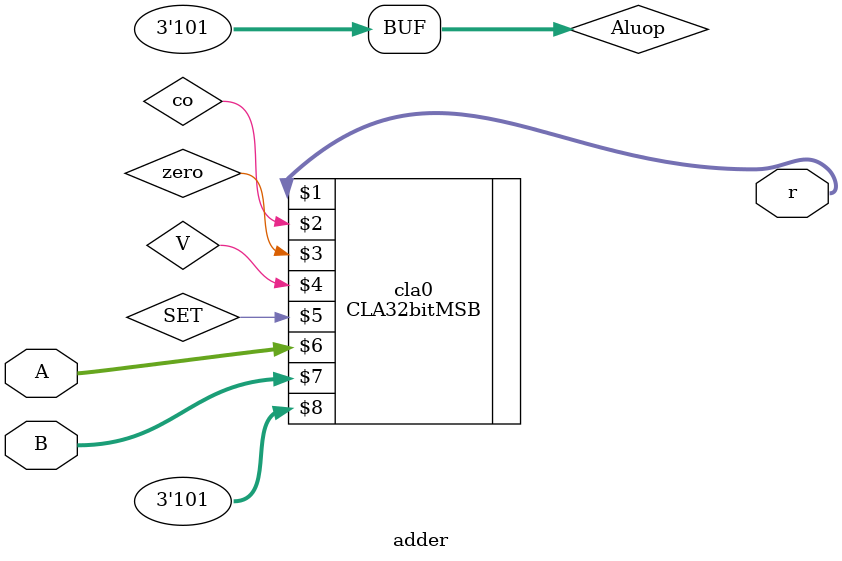
<source format=v>
module adder(r, A, B);
	output [31:0] r;

	input [31:0] A;
	input [31:0] B;

	wire [2:0] Aluop;
	or  o0(Aluop[0], 1'b1, 1'b0);
	or  o1(Aluop[1], 1'b0, 1'b0);
	or  o2(Aluop[2], 1'b1, 1'b0);

	wire co;
	wire zero;
	wire V;
	wire SET;

	CLA32bitMSB cla0(r, co, zero, V, SET, A, B, Aluop);


endmodule
</source>
